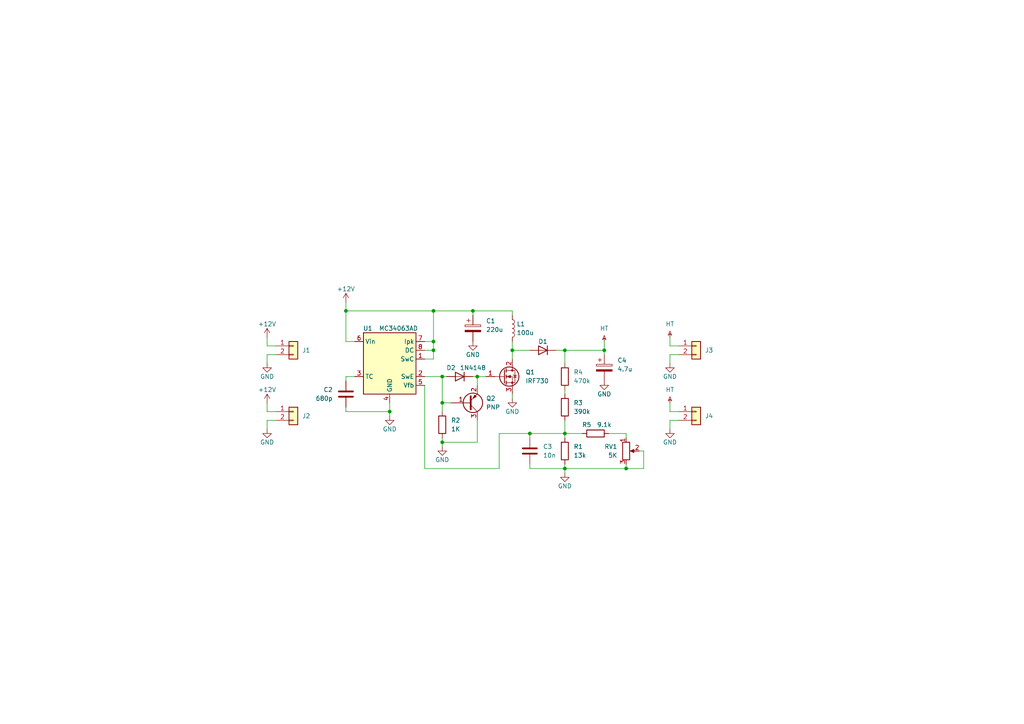
<source format=kicad_sch>
(kicad_sch (version 20211123) (generator eeschema)

  (uuid e63e39d7-6ac0-4ffd-8aa3-1841a4541b55)

  (paper "A4")

  (lib_symbols
    (symbol "Connector_Generic:Conn_01x02" (pin_names (offset 1.016) hide) (in_bom yes) (on_board yes)
      (property "Reference" "J" (id 0) (at 0 2.54 0)
        (effects (font (size 1.27 1.27)))
      )
      (property "Value" "Conn_01x02" (id 1) (at 0 -5.08 0)
        (effects (font (size 1.27 1.27)))
      )
      (property "Footprint" "" (id 2) (at 0 0 0)
        (effects (font (size 1.27 1.27)) hide)
      )
      (property "Datasheet" "~" (id 3) (at 0 0 0)
        (effects (font (size 1.27 1.27)) hide)
      )
      (property "ki_keywords" "connector" (id 4) (at 0 0 0)
        (effects (font (size 1.27 1.27)) hide)
      )
      (property "ki_description" "Generic connector, single row, 01x02, script generated (kicad-library-utils/schlib/autogen/connector/)" (id 5) (at 0 0 0)
        (effects (font (size 1.27 1.27)) hide)
      )
      (property "ki_fp_filters" "Connector*:*_1x??_*" (id 6) (at 0 0 0)
        (effects (font (size 1.27 1.27)) hide)
      )
      (symbol "Conn_01x02_1_1"
        (rectangle (start -1.27 -2.413) (end 0 -2.667)
          (stroke (width 0.1524) (type default) (color 0 0 0 0))
          (fill (type none))
        )
        (rectangle (start -1.27 0.127) (end 0 -0.127)
          (stroke (width 0.1524) (type default) (color 0 0 0 0))
          (fill (type none))
        )
        (rectangle (start -1.27 1.27) (end 1.27 -3.81)
          (stroke (width 0.254) (type default) (color 0 0 0 0))
          (fill (type background))
        )
        (pin passive line (at -5.08 0 0) (length 3.81)
          (name "Pin_1" (effects (font (size 1.27 1.27))))
          (number "1" (effects (font (size 1.27 1.27))))
        )
        (pin passive line (at -5.08 -2.54 0) (length 3.81)
          (name "Pin_2" (effects (font (size 1.27 1.27))))
          (number "2" (effects (font (size 1.27 1.27))))
        )
      )
    )
    (symbol "Device:C" (pin_numbers hide) (pin_names (offset 0.254)) (in_bom yes) (on_board yes)
      (property "Reference" "C" (id 0) (at 0.635 2.54 0)
        (effects (font (size 1.27 1.27)) (justify left))
      )
      (property "Value" "C" (id 1) (at 0.635 -2.54 0)
        (effects (font (size 1.27 1.27)) (justify left))
      )
      (property "Footprint" "" (id 2) (at 0.9652 -3.81 0)
        (effects (font (size 1.27 1.27)) hide)
      )
      (property "Datasheet" "~" (id 3) (at 0 0 0)
        (effects (font (size 1.27 1.27)) hide)
      )
      (property "ki_keywords" "cap capacitor" (id 4) (at 0 0 0)
        (effects (font (size 1.27 1.27)) hide)
      )
      (property "ki_description" "Unpolarized capacitor" (id 5) (at 0 0 0)
        (effects (font (size 1.27 1.27)) hide)
      )
      (property "ki_fp_filters" "C_*" (id 6) (at 0 0 0)
        (effects (font (size 1.27 1.27)) hide)
      )
      (symbol "C_0_1"
        (polyline
          (pts
            (xy -2.032 -0.762)
            (xy 2.032 -0.762)
          )
          (stroke (width 0.508) (type default) (color 0 0 0 0))
          (fill (type none))
        )
        (polyline
          (pts
            (xy -2.032 0.762)
            (xy 2.032 0.762)
          )
          (stroke (width 0.508) (type default) (color 0 0 0 0))
          (fill (type none))
        )
      )
      (symbol "C_1_1"
        (pin passive line (at 0 3.81 270) (length 2.794)
          (name "~" (effects (font (size 1.27 1.27))))
          (number "1" (effects (font (size 1.27 1.27))))
        )
        (pin passive line (at 0 -3.81 90) (length 2.794)
          (name "~" (effects (font (size 1.27 1.27))))
          (number "2" (effects (font (size 1.27 1.27))))
        )
      )
    )
    (symbol "Device:C_Polarized" (pin_numbers hide) (pin_names (offset 0.254)) (in_bom yes) (on_board yes)
      (property "Reference" "C" (id 0) (at 0.635 2.54 0)
        (effects (font (size 1.27 1.27)) (justify left))
      )
      (property "Value" "C_Polarized" (id 1) (at 0.635 -2.54 0)
        (effects (font (size 1.27 1.27)) (justify left))
      )
      (property "Footprint" "" (id 2) (at 0.9652 -3.81 0)
        (effects (font (size 1.27 1.27)) hide)
      )
      (property "Datasheet" "~" (id 3) (at 0 0 0)
        (effects (font (size 1.27 1.27)) hide)
      )
      (property "ki_keywords" "cap capacitor" (id 4) (at 0 0 0)
        (effects (font (size 1.27 1.27)) hide)
      )
      (property "ki_description" "Polarized capacitor" (id 5) (at 0 0 0)
        (effects (font (size 1.27 1.27)) hide)
      )
      (property "ki_fp_filters" "CP_*" (id 6) (at 0 0 0)
        (effects (font (size 1.27 1.27)) hide)
      )
      (symbol "C_Polarized_0_1"
        (rectangle (start -2.286 0.508) (end 2.286 1.016)
          (stroke (width 0) (type default) (color 0 0 0 0))
          (fill (type none))
        )
        (polyline
          (pts
            (xy -1.778 2.286)
            (xy -0.762 2.286)
          )
          (stroke (width 0) (type default) (color 0 0 0 0))
          (fill (type none))
        )
        (polyline
          (pts
            (xy -1.27 2.794)
            (xy -1.27 1.778)
          )
          (stroke (width 0) (type default) (color 0 0 0 0))
          (fill (type none))
        )
        (rectangle (start 2.286 -0.508) (end -2.286 -1.016)
          (stroke (width 0) (type default) (color 0 0 0 0))
          (fill (type outline))
        )
      )
      (symbol "C_Polarized_1_1"
        (pin passive line (at 0 3.81 270) (length 2.794)
          (name "~" (effects (font (size 1.27 1.27))))
          (number "1" (effects (font (size 1.27 1.27))))
        )
        (pin passive line (at 0 -3.81 90) (length 2.794)
          (name "~" (effects (font (size 1.27 1.27))))
          (number "2" (effects (font (size 1.27 1.27))))
        )
      )
    )
    (symbol "Device:D" (pin_numbers hide) (pin_names (offset 1.016) hide) (in_bom yes) (on_board yes)
      (property "Reference" "D" (id 0) (at 0 2.54 0)
        (effects (font (size 1.27 1.27)))
      )
      (property "Value" "D" (id 1) (at 0 -2.54 0)
        (effects (font (size 1.27 1.27)))
      )
      (property "Footprint" "" (id 2) (at 0 0 0)
        (effects (font (size 1.27 1.27)) hide)
      )
      (property "Datasheet" "~" (id 3) (at 0 0 0)
        (effects (font (size 1.27 1.27)) hide)
      )
      (property "ki_keywords" "diode" (id 4) (at 0 0 0)
        (effects (font (size 1.27 1.27)) hide)
      )
      (property "ki_description" "Diode" (id 5) (at 0 0 0)
        (effects (font (size 1.27 1.27)) hide)
      )
      (property "ki_fp_filters" "TO-???* *_Diode_* *SingleDiode* D_*" (id 6) (at 0 0 0)
        (effects (font (size 1.27 1.27)) hide)
      )
      (symbol "D_0_1"
        (polyline
          (pts
            (xy -1.27 1.27)
            (xy -1.27 -1.27)
          )
          (stroke (width 0.254) (type default) (color 0 0 0 0))
          (fill (type none))
        )
        (polyline
          (pts
            (xy 1.27 0)
            (xy -1.27 0)
          )
          (stroke (width 0) (type default) (color 0 0 0 0))
          (fill (type none))
        )
        (polyline
          (pts
            (xy 1.27 1.27)
            (xy 1.27 -1.27)
            (xy -1.27 0)
            (xy 1.27 1.27)
          )
          (stroke (width 0.254) (type default) (color 0 0 0 0))
          (fill (type none))
        )
      )
      (symbol "D_1_1"
        (pin passive line (at -3.81 0 0) (length 2.54)
          (name "K" (effects (font (size 1.27 1.27))))
          (number "1" (effects (font (size 1.27 1.27))))
        )
        (pin passive line (at 3.81 0 180) (length 2.54)
          (name "A" (effects (font (size 1.27 1.27))))
          (number "2" (effects (font (size 1.27 1.27))))
        )
      )
    )
    (symbol "Device:L" (pin_numbers hide) (pin_names (offset 1.016) hide) (in_bom yes) (on_board yes)
      (property "Reference" "L" (id 0) (at -1.27 0 90)
        (effects (font (size 1.27 1.27)))
      )
      (property "Value" "L" (id 1) (at 1.905 0 90)
        (effects (font (size 1.27 1.27)))
      )
      (property "Footprint" "" (id 2) (at 0 0 0)
        (effects (font (size 1.27 1.27)) hide)
      )
      (property "Datasheet" "~" (id 3) (at 0 0 0)
        (effects (font (size 1.27 1.27)) hide)
      )
      (property "ki_keywords" "inductor choke coil reactor magnetic" (id 4) (at 0 0 0)
        (effects (font (size 1.27 1.27)) hide)
      )
      (property "ki_description" "Inductor" (id 5) (at 0 0 0)
        (effects (font (size 1.27 1.27)) hide)
      )
      (property "ki_fp_filters" "Choke_* *Coil* Inductor_* L_*" (id 6) (at 0 0 0)
        (effects (font (size 1.27 1.27)) hide)
      )
      (symbol "L_0_1"
        (arc (start 0 -2.54) (mid 0.635 -1.905) (end 0 -1.27)
          (stroke (width 0) (type default) (color 0 0 0 0))
          (fill (type none))
        )
        (arc (start 0 -1.27) (mid 0.635 -0.635) (end 0 0)
          (stroke (width 0) (type default) (color 0 0 0 0))
          (fill (type none))
        )
        (arc (start 0 0) (mid 0.635 0.635) (end 0 1.27)
          (stroke (width 0) (type default) (color 0 0 0 0))
          (fill (type none))
        )
        (arc (start 0 1.27) (mid 0.635 1.905) (end 0 2.54)
          (stroke (width 0) (type default) (color 0 0 0 0))
          (fill (type none))
        )
      )
      (symbol "L_1_1"
        (pin passive line (at 0 3.81 270) (length 1.27)
          (name "1" (effects (font (size 1.27 1.27))))
          (number "1" (effects (font (size 1.27 1.27))))
        )
        (pin passive line (at 0 -3.81 90) (length 1.27)
          (name "2" (effects (font (size 1.27 1.27))))
          (number "2" (effects (font (size 1.27 1.27))))
        )
      )
    )
    (symbol "Device:Q_NMOS_GDS" (pin_names (offset 0) hide) (in_bom yes) (on_board yes)
      (property "Reference" "Q" (id 0) (at 5.08 1.27 0)
        (effects (font (size 1.27 1.27)) (justify left))
      )
      (property "Value" "Q_NMOS_GDS" (id 1) (at 5.08 -1.27 0)
        (effects (font (size 1.27 1.27)) (justify left))
      )
      (property "Footprint" "" (id 2) (at 5.08 2.54 0)
        (effects (font (size 1.27 1.27)) hide)
      )
      (property "Datasheet" "~" (id 3) (at 0 0 0)
        (effects (font (size 1.27 1.27)) hide)
      )
      (property "ki_keywords" "transistor NMOS N-MOS N-MOSFET" (id 4) (at 0 0 0)
        (effects (font (size 1.27 1.27)) hide)
      )
      (property "ki_description" "N-MOSFET transistor, gate/drain/source" (id 5) (at 0 0 0)
        (effects (font (size 1.27 1.27)) hide)
      )
      (symbol "Q_NMOS_GDS_0_1"
        (polyline
          (pts
            (xy 0.254 0)
            (xy -2.54 0)
          )
          (stroke (width 0) (type default) (color 0 0 0 0))
          (fill (type none))
        )
        (polyline
          (pts
            (xy 0.254 1.905)
            (xy 0.254 -1.905)
          )
          (stroke (width 0.254) (type default) (color 0 0 0 0))
          (fill (type none))
        )
        (polyline
          (pts
            (xy 0.762 -1.27)
            (xy 0.762 -2.286)
          )
          (stroke (width 0.254) (type default) (color 0 0 0 0))
          (fill (type none))
        )
        (polyline
          (pts
            (xy 0.762 0.508)
            (xy 0.762 -0.508)
          )
          (stroke (width 0.254) (type default) (color 0 0 0 0))
          (fill (type none))
        )
        (polyline
          (pts
            (xy 0.762 2.286)
            (xy 0.762 1.27)
          )
          (stroke (width 0.254) (type default) (color 0 0 0 0))
          (fill (type none))
        )
        (polyline
          (pts
            (xy 2.54 2.54)
            (xy 2.54 1.778)
          )
          (stroke (width 0) (type default) (color 0 0 0 0))
          (fill (type none))
        )
        (polyline
          (pts
            (xy 2.54 -2.54)
            (xy 2.54 0)
            (xy 0.762 0)
          )
          (stroke (width 0) (type default) (color 0 0 0 0))
          (fill (type none))
        )
        (polyline
          (pts
            (xy 0.762 -1.778)
            (xy 3.302 -1.778)
            (xy 3.302 1.778)
            (xy 0.762 1.778)
          )
          (stroke (width 0) (type default) (color 0 0 0 0))
          (fill (type none))
        )
        (polyline
          (pts
            (xy 1.016 0)
            (xy 2.032 0.381)
            (xy 2.032 -0.381)
            (xy 1.016 0)
          )
          (stroke (width 0) (type default) (color 0 0 0 0))
          (fill (type outline))
        )
        (polyline
          (pts
            (xy 2.794 0.508)
            (xy 2.921 0.381)
            (xy 3.683 0.381)
            (xy 3.81 0.254)
          )
          (stroke (width 0) (type default) (color 0 0 0 0))
          (fill (type none))
        )
        (polyline
          (pts
            (xy 3.302 0.381)
            (xy 2.921 -0.254)
            (xy 3.683 -0.254)
            (xy 3.302 0.381)
          )
          (stroke (width 0) (type default) (color 0 0 0 0))
          (fill (type none))
        )
        (circle (center 1.651 0) (radius 2.794)
          (stroke (width 0.254) (type default) (color 0 0 0 0))
          (fill (type none))
        )
        (circle (center 2.54 -1.778) (radius 0.254)
          (stroke (width 0) (type default) (color 0 0 0 0))
          (fill (type outline))
        )
        (circle (center 2.54 1.778) (radius 0.254)
          (stroke (width 0) (type default) (color 0 0 0 0))
          (fill (type outline))
        )
      )
      (symbol "Q_NMOS_GDS_1_1"
        (pin input line (at -5.08 0 0) (length 2.54)
          (name "G" (effects (font (size 1.27 1.27))))
          (number "1" (effects (font (size 1.27 1.27))))
        )
        (pin passive line (at 2.54 5.08 270) (length 2.54)
          (name "D" (effects (font (size 1.27 1.27))))
          (number "2" (effects (font (size 1.27 1.27))))
        )
        (pin passive line (at 2.54 -5.08 90) (length 2.54)
          (name "S" (effects (font (size 1.27 1.27))))
          (number "3" (effects (font (size 1.27 1.27))))
        )
      )
    )
    (symbol "Device:Q_PNP_BEC" (pin_names (offset 0) hide) (in_bom yes) (on_board yes)
      (property "Reference" "Q" (id 0) (at 5.08 1.27 0)
        (effects (font (size 1.27 1.27)) (justify left))
      )
      (property "Value" "Q_PNP_BEC" (id 1) (at 5.08 -1.27 0)
        (effects (font (size 1.27 1.27)) (justify left))
      )
      (property "Footprint" "" (id 2) (at 5.08 2.54 0)
        (effects (font (size 1.27 1.27)) hide)
      )
      (property "Datasheet" "~" (id 3) (at 0 0 0)
        (effects (font (size 1.27 1.27)) hide)
      )
      (property "ki_keywords" "transistor PNP" (id 4) (at 0 0 0)
        (effects (font (size 1.27 1.27)) hide)
      )
      (property "ki_description" "PNP transistor, base/emitter/collector" (id 5) (at 0 0 0)
        (effects (font (size 1.27 1.27)) hide)
      )
      (symbol "Q_PNP_BEC_0_1"
        (polyline
          (pts
            (xy 0.635 0.635)
            (xy 2.54 2.54)
          )
          (stroke (width 0) (type default) (color 0 0 0 0))
          (fill (type none))
        )
        (polyline
          (pts
            (xy 0.635 -0.635)
            (xy 2.54 -2.54)
            (xy 2.54 -2.54)
          )
          (stroke (width 0) (type default) (color 0 0 0 0))
          (fill (type none))
        )
        (polyline
          (pts
            (xy 0.635 1.905)
            (xy 0.635 -1.905)
            (xy 0.635 -1.905)
          )
          (stroke (width 0.508) (type default) (color 0 0 0 0))
          (fill (type none))
        )
        (polyline
          (pts
            (xy 2.286 -1.778)
            (xy 1.778 -2.286)
            (xy 1.27 -1.27)
            (xy 2.286 -1.778)
            (xy 2.286 -1.778)
          )
          (stroke (width 0) (type default) (color 0 0 0 0))
          (fill (type outline))
        )
        (circle (center 1.27 0) (radius 2.8194)
          (stroke (width 0.254) (type default) (color 0 0 0 0))
          (fill (type none))
        )
      )
      (symbol "Q_PNP_BEC_1_1"
        (pin input line (at -5.08 0 0) (length 5.715)
          (name "B" (effects (font (size 1.27 1.27))))
          (number "1" (effects (font (size 1.27 1.27))))
        )
        (pin passive line (at 2.54 -5.08 90) (length 2.54)
          (name "E" (effects (font (size 1.27 1.27))))
          (number "2" (effects (font (size 1.27 1.27))))
        )
        (pin passive line (at 2.54 5.08 270) (length 2.54)
          (name "C" (effects (font (size 1.27 1.27))))
          (number "3" (effects (font (size 1.27 1.27))))
        )
      )
    )
    (symbol "Device:R" (pin_numbers hide) (pin_names (offset 0)) (in_bom yes) (on_board yes)
      (property "Reference" "R" (id 0) (at 2.032 0 90)
        (effects (font (size 1.27 1.27)))
      )
      (property "Value" "R" (id 1) (at 0 0 90)
        (effects (font (size 1.27 1.27)))
      )
      (property "Footprint" "" (id 2) (at -1.778 0 90)
        (effects (font (size 1.27 1.27)) hide)
      )
      (property "Datasheet" "~" (id 3) (at 0 0 0)
        (effects (font (size 1.27 1.27)) hide)
      )
      (property "ki_keywords" "R res resistor" (id 4) (at 0 0 0)
        (effects (font (size 1.27 1.27)) hide)
      )
      (property "ki_description" "Resistor" (id 5) (at 0 0 0)
        (effects (font (size 1.27 1.27)) hide)
      )
      (property "ki_fp_filters" "R_*" (id 6) (at 0 0 0)
        (effects (font (size 1.27 1.27)) hide)
      )
      (symbol "R_0_1"
        (rectangle (start -1.016 -2.54) (end 1.016 2.54)
          (stroke (width 0.254) (type default) (color 0 0 0 0))
          (fill (type none))
        )
      )
      (symbol "R_1_1"
        (pin passive line (at 0 3.81 270) (length 1.27)
          (name "~" (effects (font (size 1.27 1.27))))
          (number "1" (effects (font (size 1.27 1.27))))
        )
        (pin passive line (at 0 -3.81 90) (length 1.27)
          (name "~" (effects (font (size 1.27 1.27))))
          (number "2" (effects (font (size 1.27 1.27))))
        )
      )
    )
    (symbol "Device:R_Potentiometer" (pin_names (offset 1.016) hide) (in_bom yes) (on_board yes)
      (property "Reference" "RV" (id 0) (at -4.445 0 90)
        (effects (font (size 1.27 1.27)))
      )
      (property "Value" "R_Potentiometer" (id 1) (at -2.54 0 90)
        (effects (font (size 1.27 1.27)))
      )
      (property "Footprint" "" (id 2) (at 0 0 0)
        (effects (font (size 1.27 1.27)) hide)
      )
      (property "Datasheet" "~" (id 3) (at 0 0 0)
        (effects (font (size 1.27 1.27)) hide)
      )
      (property "ki_keywords" "resistor variable" (id 4) (at 0 0 0)
        (effects (font (size 1.27 1.27)) hide)
      )
      (property "ki_description" "Potentiometer" (id 5) (at 0 0 0)
        (effects (font (size 1.27 1.27)) hide)
      )
      (property "ki_fp_filters" "Potentiometer*" (id 6) (at 0 0 0)
        (effects (font (size 1.27 1.27)) hide)
      )
      (symbol "R_Potentiometer_0_1"
        (polyline
          (pts
            (xy 2.54 0)
            (xy 1.524 0)
          )
          (stroke (width 0) (type default) (color 0 0 0 0))
          (fill (type none))
        )
        (polyline
          (pts
            (xy 1.143 0)
            (xy 2.286 0.508)
            (xy 2.286 -0.508)
            (xy 1.143 0)
          )
          (stroke (width 0) (type default) (color 0 0 0 0))
          (fill (type outline))
        )
        (rectangle (start 1.016 2.54) (end -1.016 -2.54)
          (stroke (width 0.254) (type default) (color 0 0 0 0))
          (fill (type none))
        )
      )
      (symbol "R_Potentiometer_1_1"
        (pin passive line (at 0 3.81 270) (length 1.27)
          (name "1" (effects (font (size 1.27 1.27))))
          (number "1" (effects (font (size 1.27 1.27))))
        )
        (pin passive line (at 3.81 0 180) (length 1.27)
          (name "2" (effects (font (size 1.27 1.27))))
          (number "2" (effects (font (size 1.27 1.27))))
        )
        (pin passive line (at 0 -3.81 90) (length 1.27)
          (name "3" (effects (font (size 1.27 1.27))))
          (number "3" (effects (font (size 1.27 1.27))))
        )
      )
    )
    (symbol "Regulator_Switching:MC34063AD" (in_bom yes) (on_board yes)
      (property "Reference" "U" (id 0) (at -7.62 8.89 0)
        (effects (font (size 1.27 1.27)) (justify left))
      )
      (property "Value" "MC34063AD" (id 1) (at 0 8.89 0)
        (effects (font (size 1.27 1.27)) (justify left))
      )
      (property "Footprint" "Package_SO:SOIC-8_3.9x4.9mm_P1.27mm" (id 2) (at 1.27 -11.43 0)
        (effects (font (size 1.27 1.27)) (justify left) hide)
      )
      (property "Datasheet" "http://www.onsemi.com/pub_link/Collateral/MC34063A-D.PDF" (id 3) (at 12.7 -2.54 0)
        (effects (font (size 1.27 1.27)) hide)
      )
      (property "ki_keywords" "smps buck boost inverting" (id 4) (at 0 0 0)
        (effects (font (size 1.27 1.27)) hide)
      )
      (property "ki_description" "1.5A, step-up/down/inverting switching regulator, 3-40V Vin, 100kHz, SO-8" (id 5) (at 0 0 0)
        (effects (font (size 1.27 1.27)) hide)
      )
      (property "ki_fp_filters" "SOIC*3.9x4.9mm*P1.27mm*" (id 6) (at 0 0 0)
        (effects (font (size 1.27 1.27)) hide)
      )
      (symbol "MC34063AD_0_1"
        (rectangle (start -7.62 7.62) (end 7.62 -10.16)
          (stroke (width 0.254) (type default) (color 0 0 0 0))
          (fill (type background))
        )
      )
      (symbol "MC34063AD_1_1"
        (pin open_collector line (at 10.16 0 180) (length 2.54)
          (name "SwC" (effects (font (size 1.27 1.27))))
          (number "1" (effects (font (size 1.27 1.27))))
        )
        (pin open_emitter line (at 10.16 -5.08 180) (length 2.54)
          (name "SwE" (effects (font (size 1.27 1.27))))
          (number "2" (effects (font (size 1.27 1.27))))
        )
        (pin passive line (at -10.16 -5.08 0) (length 2.54)
          (name "TC" (effects (font (size 1.27 1.27))))
          (number "3" (effects (font (size 1.27 1.27))))
        )
        (pin power_in line (at 0 -12.7 90) (length 2.54)
          (name "GND" (effects (font (size 1.27 1.27))))
          (number "4" (effects (font (size 1.27 1.27))))
        )
        (pin input line (at 10.16 -7.62 180) (length 2.54)
          (name "Vfb" (effects (font (size 1.27 1.27))))
          (number "5" (effects (font (size 1.27 1.27))))
        )
        (pin power_in line (at -10.16 5.08 0) (length 2.54)
          (name "Vin" (effects (font (size 1.27 1.27))))
          (number "6" (effects (font (size 1.27 1.27))))
        )
        (pin input line (at 10.16 5.08 180) (length 2.54)
          (name "Ipk" (effects (font (size 1.27 1.27))))
          (number "7" (effects (font (size 1.27 1.27))))
        )
        (pin open_collector line (at 10.16 2.54 180) (length 2.54)
          (name "DC" (effects (font (size 1.27 1.27))))
          (number "8" (effects (font (size 1.27 1.27))))
        )
      )
    )
    (symbol "power:+12V" (power) (pin_names (offset 0)) (in_bom yes) (on_board yes)
      (property "Reference" "#PWR" (id 0) (at 0 -3.81 0)
        (effects (font (size 1.27 1.27)) hide)
      )
      (property "Value" "+12V" (id 1) (at 0 3.556 0)
        (effects (font (size 1.27 1.27)))
      )
      (property "Footprint" "" (id 2) (at 0 0 0)
        (effects (font (size 1.27 1.27)) hide)
      )
      (property "Datasheet" "" (id 3) (at 0 0 0)
        (effects (font (size 1.27 1.27)) hide)
      )
      (property "ki_keywords" "power-flag" (id 4) (at 0 0 0)
        (effects (font (size 1.27 1.27)) hide)
      )
      (property "ki_description" "Power symbol creates a global label with name \"+12V\"" (id 5) (at 0 0 0)
        (effects (font (size 1.27 1.27)) hide)
      )
      (symbol "+12V_0_1"
        (polyline
          (pts
            (xy -0.762 1.27)
            (xy 0 2.54)
          )
          (stroke (width 0) (type default) (color 0 0 0 0))
          (fill (type none))
        )
        (polyline
          (pts
            (xy 0 0)
            (xy 0 2.54)
          )
          (stroke (width 0) (type default) (color 0 0 0 0))
          (fill (type none))
        )
        (polyline
          (pts
            (xy 0 2.54)
            (xy 0.762 1.27)
          )
          (stroke (width 0) (type default) (color 0 0 0 0))
          (fill (type none))
        )
      )
      (symbol "+12V_1_1"
        (pin power_in line (at 0 0 90) (length 0) hide
          (name "+12V" (effects (font (size 1.27 1.27))))
          (number "1" (effects (font (size 1.27 1.27))))
        )
      )
    )
    (symbol "power:GND" (power) (pin_names (offset 0)) (in_bom yes) (on_board yes)
      (property "Reference" "#PWR" (id 0) (at 0 -6.35 0)
        (effects (font (size 1.27 1.27)) hide)
      )
      (property "Value" "GND" (id 1) (at 0 -3.81 0)
        (effects (font (size 1.27 1.27)))
      )
      (property "Footprint" "" (id 2) (at 0 0 0)
        (effects (font (size 1.27 1.27)) hide)
      )
      (property "Datasheet" "" (id 3) (at 0 0 0)
        (effects (font (size 1.27 1.27)) hide)
      )
      (property "ki_keywords" "power-flag" (id 4) (at 0 0 0)
        (effects (font (size 1.27 1.27)) hide)
      )
      (property "ki_description" "Power symbol creates a global label with name \"GND\" , ground" (id 5) (at 0 0 0)
        (effects (font (size 1.27 1.27)) hide)
      )
      (symbol "GND_0_1"
        (polyline
          (pts
            (xy 0 0)
            (xy 0 -1.27)
            (xy 1.27 -1.27)
            (xy 0 -2.54)
            (xy -1.27 -1.27)
            (xy 0 -1.27)
          )
          (stroke (width 0) (type default) (color 0 0 0 0))
          (fill (type none))
        )
      )
      (symbol "GND_1_1"
        (pin power_in line (at 0 0 270) (length 0) hide
          (name "GND" (effects (font (size 1.27 1.27))))
          (number "1" (effects (font (size 1.27 1.27))))
        )
      )
    )
    (symbol "power:HT" (power) (pin_names (offset 0)) (in_bom yes) (on_board yes)
      (property "Reference" "#PWR" (id 0) (at 0 3.048 0)
        (effects (font (size 1.27 1.27)) hide)
      )
      (property "Value" "HT" (id 1) (at 0 2.286 0)
        (effects (font (size 1.27 1.27)))
      )
      (property "Footprint" "" (id 2) (at 0 0 0)
        (effects (font (size 1.27 1.27)) hide)
      )
      (property "Datasheet" "" (id 3) (at 0 0 0)
        (effects (font (size 1.27 1.27)) hide)
      )
      (property "ki_keywords" "power-flag" (id 4) (at 0 0 0)
        (effects (font (size 1.27 1.27)) hide)
      )
      (property "ki_description" "Power symbol creates a global label with name \"HT\"" (id 5) (at 0 0 0)
        (effects (font (size 1.27 1.27)) hide)
      )
      (symbol "HT_0_0"
        (pin power_in line (at 0 0 90) (length 0) hide
          (name "HT" (effects (font (size 1.27 1.27))))
          (number "1" (effects (font (size 1.27 1.27))))
        )
      )
      (symbol "HT_0_1"
        (polyline
          (pts
            (xy 0 0)
            (xy 0 1.016)
            (xy 0 1.016)
          )
          (stroke (width 0) (type default) (color 0 0 0 0))
          (fill (type none))
        )
        (polyline
          (pts
            (xy 0 1.016)
            (xy 0.508 0.508)
            (xy 0 1.778)
            (xy -0.508 0.508)
            (xy 0 1.016)
            (xy 0 1.016)
          )
          (stroke (width 0) (type default) (color 0 0 0 0))
          (fill (type none))
        )
      )
    )
  )

  (junction (at 138.43 109.22) (diameter 0) (color 0 0 0 0)
    (uuid 0b57679d-eab7-47c9-8fd5-d065b53ded34)
  )
  (junction (at 125.73 101.6) (diameter 0) (color 0 0 0 0)
    (uuid 0b71f8d2-3097-4cea-abd6-6f18d197bcff)
  )
  (junction (at 163.83 135.89) (diameter 0) (color 0 0 0 0)
    (uuid 16c10865-a144-4c5d-9eae-01165a3d1c39)
  )
  (junction (at 113.03 119.38) (diameter 0) (color 0 0 0 0)
    (uuid 170ab4b5-2b6c-49b6-bc45-54419f9c379c)
  )
  (junction (at 148.59 101.6) (diameter 0) (color 0 0 0 0)
    (uuid 21d29eb3-60c9-4b57-b2c4-585670f82871)
  )
  (junction (at 163.83 125.73) (diameter 0) (color 0 0 0 0)
    (uuid 22556af7-0d95-4a75-ac1c-c4f71e3464d6)
  )
  (junction (at 137.16 90.17) (diameter 0) (color 0 0 0 0)
    (uuid 2fcb100c-1711-47b2-8f37-ef9feb49aeb1)
  )
  (junction (at 163.83 101.6) (diameter 0) (color 0 0 0 0)
    (uuid 438c035b-6d58-4370-a7c0-b80fa7da5fae)
  )
  (junction (at 128.27 109.22) (diameter 0) (color 0 0 0 0)
    (uuid 47fdfb2a-5083-4d04-9bde-399f3a1a4ce1)
  )
  (junction (at 128.27 116.84) (diameter 0) (color 0 0 0 0)
    (uuid 623c6236-a798-4569-9128-6109b37bfd20)
  )
  (junction (at 153.67 125.73) (diameter 0) (color 0 0 0 0)
    (uuid 62c83349-1b67-44e0-9edb-3588a1b1acfe)
  )
  (junction (at 100.33 90.17) (diameter 0) (color 0 0 0 0)
    (uuid 66c72b69-d196-4b86-8d37-4d36ecb8f025)
  )
  (junction (at 125.73 90.17) (diameter 0) (color 0 0 0 0)
    (uuid 9e574e77-9f6f-4a8d-ac30-09d566a6071b)
  )
  (junction (at 181.61 135.89) (diameter 0) (color 0 0 0 0)
    (uuid b510fd81-5be0-4b88-94ee-c5184efb9eb2)
  )
  (junction (at 128.27 128.27) (diameter 0) (color 0 0 0 0)
    (uuid ba854036-45e1-4996-93b1-676800ee7699)
  )
  (junction (at 125.73 99.06) (diameter 0) (color 0 0 0 0)
    (uuid dd71e9a5-2eba-4dc4-9569-857e2c0c992a)
  )
  (junction (at 175.26 101.6) (diameter 0) (color 0 0 0 0)
    (uuid fb912d71-f765-4080-af24-c1392ce64725)
  )

  (wire (pts (xy 125.73 90.17) (xy 137.16 90.17))
    (stroke (width 0) (type default) (color 0 0 0 0))
    (uuid 0a50d9db-9067-42d6-aa4d-f8372973dae3)
  )
  (wire (pts (xy 138.43 128.27) (xy 138.43 121.92))
    (stroke (width 0) (type default) (color 0 0 0 0))
    (uuid 0a609074-ee24-4a81-9bb1-68f589fd3d63)
  )
  (wire (pts (xy 138.43 109.22) (xy 138.43 111.76))
    (stroke (width 0) (type default) (color 0 0 0 0))
    (uuid 0c200514-10af-4c89-87ca-2757eda6bae3)
  )
  (wire (pts (xy 194.31 97.79) (xy 194.31 100.33))
    (stroke (width 0) (type default) (color 0 0 0 0))
    (uuid 0ce5bdad-7c79-489c-8c59-aeaf5f6e9783)
  )
  (wire (pts (xy 100.33 90.17) (xy 125.73 90.17))
    (stroke (width 0) (type default) (color 0 0 0 0))
    (uuid 118bd32e-d725-4db1-a4cb-4855bd2dfac2)
  )
  (wire (pts (xy 77.47 121.92) (xy 80.01 121.92))
    (stroke (width 0) (type default) (color 0 0 0 0))
    (uuid 152f7813-fc23-483d-bc4d-e55f9e74b32d)
  )
  (wire (pts (xy 125.73 99.06) (xy 123.19 99.06))
    (stroke (width 0) (type default) (color 0 0 0 0))
    (uuid 1f5678aa-6483-4545-96fe-000e97215f0d)
  )
  (wire (pts (xy 153.67 125.73) (xy 163.83 125.73))
    (stroke (width 0) (type default) (color 0 0 0 0))
    (uuid 26a60585-631f-4fd5-9d2d-caf9d1dabe38)
  )
  (wire (pts (xy 175.26 99.06) (xy 175.26 101.6))
    (stroke (width 0) (type default) (color 0 0 0 0))
    (uuid 26a6963b-26aa-429f-9186-a0badf88de5a)
  )
  (wire (pts (xy 102.87 109.22) (xy 100.33 109.22))
    (stroke (width 0) (type default) (color 0 0 0 0))
    (uuid 28af5524-aa38-41c0-bca2-e2727c91e3c4)
  )
  (wire (pts (xy 100.33 109.22) (xy 100.33 110.49))
    (stroke (width 0) (type default) (color 0 0 0 0))
    (uuid 32794e63-b680-416b-b1b7-ea764cff1e45)
  )
  (wire (pts (xy 77.47 97.79) (xy 77.47 100.33))
    (stroke (width 0) (type default) (color 0 0 0 0))
    (uuid 36e9652a-729f-4f1a-8404-18d4623d62cd)
  )
  (wire (pts (xy 163.83 135.89) (xy 163.83 137.16))
    (stroke (width 0) (type default) (color 0 0 0 0))
    (uuid 415fc7b1-dc71-42a8-acd4-080250a24ad7)
  )
  (wire (pts (xy 128.27 116.84) (xy 128.27 119.38))
    (stroke (width 0) (type default) (color 0 0 0 0))
    (uuid 43a254b4-c09a-431c-8d35-17222d75be75)
  )
  (wire (pts (xy 128.27 128.27) (xy 138.43 128.27))
    (stroke (width 0) (type default) (color 0 0 0 0))
    (uuid 449b2388-1619-4213-a83c-676dc3a8d8c5)
  )
  (wire (pts (xy 123.19 135.89) (xy 144.78 135.89))
    (stroke (width 0) (type default) (color 0 0 0 0))
    (uuid 49ef2c65-9166-494b-ab5d-5206ffda194b)
  )
  (wire (pts (xy 113.03 116.84) (xy 113.03 119.38))
    (stroke (width 0) (type default) (color 0 0 0 0))
    (uuid 4c01c98a-86e4-4722-a803-378317f7ca96)
  )
  (wire (pts (xy 100.33 118.11) (xy 100.33 119.38))
    (stroke (width 0) (type default) (color 0 0 0 0))
    (uuid 4e1d77a0-e21a-4fea-869a-489c54ec279c)
  )
  (wire (pts (xy 144.78 125.73) (xy 153.67 125.73))
    (stroke (width 0) (type default) (color 0 0 0 0))
    (uuid 50f65886-bb00-4c0e-ab3d-49b5d373d1a8)
  )
  (wire (pts (xy 194.31 100.33) (xy 196.85 100.33))
    (stroke (width 0) (type default) (color 0 0 0 0))
    (uuid 528dc97f-9eaf-42e6-afd8-f524827462f1)
  )
  (wire (pts (xy 100.33 90.17) (xy 100.33 99.06))
    (stroke (width 0) (type default) (color 0 0 0 0))
    (uuid 55031538-85c1-4081-bcca-e6ae77e948fd)
  )
  (wire (pts (xy 176.53 125.73) (xy 181.61 125.73))
    (stroke (width 0) (type default) (color 0 0 0 0))
    (uuid 58d2fcb4-8446-4ca5-a007-394dba1a005e)
  )
  (wire (pts (xy 161.29 101.6) (xy 163.83 101.6))
    (stroke (width 0) (type default) (color 0 0 0 0))
    (uuid 5c8e3f59-8798-4282-a69e-7211e2508a3d)
  )
  (wire (pts (xy 77.47 116.84) (xy 77.47 119.38))
    (stroke (width 0) (type default) (color 0 0 0 0))
    (uuid 5e1f8658-ae51-4872-9b01-77a1a1b8e206)
  )
  (wire (pts (xy 77.47 105.41) (xy 77.47 102.87))
    (stroke (width 0) (type default) (color 0 0 0 0))
    (uuid 5e51f924-224a-479f-8906-8e6a96d39bb4)
  )
  (wire (pts (xy 138.43 109.22) (xy 140.97 109.22))
    (stroke (width 0) (type default) (color 0 0 0 0))
    (uuid 630e8379-a882-4bd3-9fb2-d8865da0cbea)
  )
  (wire (pts (xy 148.59 101.6) (xy 148.59 104.14))
    (stroke (width 0) (type default) (color 0 0 0 0))
    (uuid 641cec05-b598-4048-9157-615f3abf19e3)
  )
  (wire (pts (xy 77.47 102.87) (xy 80.01 102.87))
    (stroke (width 0) (type default) (color 0 0 0 0))
    (uuid 6c3a83ba-1ea0-4c80-993c-0d88da315dc1)
  )
  (wire (pts (xy 125.73 101.6) (xy 125.73 99.06))
    (stroke (width 0) (type default) (color 0 0 0 0))
    (uuid 6eea5d76-24a7-4e5a-bf9a-55961641c157)
  )
  (wire (pts (xy 153.67 135.89) (xy 163.83 135.89))
    (stroke (width 0) (type default) (color 0 0 0 0))
    (uuid 6f01822e-1327-45e1-9072-512e5cf9a0eb)
  )
  (wire (pts (xy 185.42 130.81) (xy 186.69 130.81))
    (stroke (width 0) (type default) (color 0 0 0 0))
    (uuid 7059215d-d90e-4d42-89ed-ab0561ce0cf7)
  )
  (wire (pts (xy 148.59 114.3) (xy 148.59 115.57))
    (stroke (width 0) (type default) (color 0 0 0 0))
    (uuid 70e49728-3c52-4ec7-9cbc-6749fa931b8d)
  )
  (wire (pts (xy 128.27 109.22) (xy 128.27 116.84))
    (stroke (width 0) (type default) (color 0 0 0 0))
    (uuid 7301648c-331b-4619-988d-9a343a61d8ca)
  )
  (wire (pts (xy 77.47 100.33) (xy 80.01 100.33))
    (stroke (width 0) (type default) (color 0 0 0 0))
    (uuid 7440bfd9-6ca4-49fb-aea6-5f5b1eca6752)
  )
  (wire (pts (xy 128.27 109.22) (xy 129.54 109.22))
    (stroke (width 0) (type default) (color 0 0 0 0))
    (uuid 82102580-f445-4e60-8e29-cebd78ff157e)
  )
  (wire (pts (xy 100.33 87.63) (xy 100.33 90.17))
    (stroke (width 0) (type default) (color 0 0 0 0))
    (uuid 82fbbfea-1ed8-4c1d-863d-e4ba83f815f6)
  )
  (wire (pts (xy 163.83 125.73) (xy 163.83 127))
    (stroke (width 0) (type default) (color 0 0 0 0))
    (uuid 8421ac4c-9396-46b7-96fb-d56508ab7442)
  )
  (wire (pts (xy 163.83 121.92) (xy 163.83 125.73))
    (stroke (width 0) (type default) (color 0 0 0 0))
    (uuid 8690d92c-50bd-4e83-8fa1-f05651ca258e)
  )
  (wire (pts (xy 113.03 119.38) (xy 113.03 120.65))
    (stroke (width 0) (type default) (color 0 0 0 0))
    (uuid 8882de6e-f638-459b-91c8-c3f11a53770f)
  )
  (wire (pts (xy 137.16 90.17) (xy 148.59 90.17))
    (stroke (width 0) (type default) (color 0 0 0 0))
    (uuid 89984d01-32e6-45f5-8c4e-ffae3b3f8ba3)
  )
  (wire (pts (xy 100.33 99.06) (xy 102.87 99.06))
    (stroke (width 0) (type default) (color 0 0 0 0))
    (uuid 8dbfe973-c2d6-47f0-a765-cdb7a6ee0cbe)
  )
  (wire (pts (xy 100.33 119.38) (xy 113.03 119.38))
    (stroke (width 0) (type default) (color 0 0 0 0))
    (uuid 8f65a448-d676-4d4e-b27a-255a02deec58)
  )
  (wire (pts (xy 194.31 124.46) (xy 194.31 121.92))
    (stroke (width 0) (type default) (color 0 0 0 0))
    (uuid 94724ff7-4158-40db-b647-ceefdc3586e1)
  )
  (wire (pts (xy 123.19 101.6) (xy 125.73 101.6))
    (stroke (width 0) (type default) (color 0 0 0 0))
    (uuid 9f46a45d-99aa-4772-8725-07a04bac535b)
  )
  (wire (pts (xy 181.61 134.62) (xy 181.61 135.89))
    (stroke (width 0) (type default) (color 0 0 0 0))
    (uuid a0a8f1e6-b17f-4839-b0c4-10d6a75232f8)
  )
  (wire (pts (xy 123.19 109.22) (xy 128.27 109.22))
    (stroke (width 0) (type default) (color 0 0 0 0))
    (uuid a3839dd2-3cd8-4495-9b00-1f52fa5a41fa)
  )
  (wire (pts (xy 163.83 101.6) (xy 163.83 105.41))
    (stroke (width 0) (type default) (color 0 0 0 0))
    (uuid a69963b0-b859-46d0-b9ce-a1d7258b3a33)
  )
  (wire (pts (xy 128.27 128.27) (xy 128.27 129.54))
    (stroke (width 0) (type default) (color 0 0 0 0))
    (uuid a69f515e-9551-4c4d-95eb-a02919a6cb0a)
  )
  (wire (pts (xy 123.19 111.76) (xy 123.19 135.89))
    (stroke (width 0) (type default) (color 0 0 0 0))
    (uuid a6e5d440-5bd8-4691-b213-e3769220ba84)
  )
  (wire (pts (xy 123.19 104.14) (xy 125.73 104.14))
    (stroke (width 0) (type default) (color 0 0 0 0))
    (uuid a8645d85-fa83-4963-b6b6-c3b18727b030)
  )
  (wire (pts (xy 194.31 102.87) (xy 196.85 102.87))
    (stroke (width 0) (type default) (color 0 0 0 0))
    (uuid ab5ba2be-dbd5-4c17-8698-d788cbc4386e)
  )
  (wire (pts (xy 181.61 125.73) (xy 181.61 127))
    (stroke (width 0) (type default) (color 0 0 0 0))
    (uuid ad25b618-4e3a-4543-8b34-a2292d82d95e)
  )
  (wire (pts (xy 163.83 125.73) (xy 168.91 125.73))
    (stroke (width 0) (type default) (color 0 0 0 0))
    (uuid b45f8cb7-e21f-4078-958f-7d2afc90ac8f)
  )
  (wire (pts (xy 153.67 134.62) (xy 153.67 135.89))
    (stroke (width 0) (type default) (color 0 0 0 0))
    (uuid b9ba1bab-a926-4986-85d1-a04f15f722a2)
  )
  (wire (pts (xy 128.27 127) (xy 128.27 128.27))
    (stroke (width 0) (type default) (color 0 0 0 0))
    (uuid bb39ac1e-60c3-4a69-bbe6-c06e20bea27f)
  )
  (wire (pts (xy 153.67 125.73) (xy 153.67 127))
    (stroke (width 0) (type default) (color 0 0 0 0))
    (uuid bfb18889-1429-413c-9c98-545c91472c14)
  )
  (wire (pts (xy 144.78 135.89) (xy 144.78 125.73))
    (stroke (width 0) (type default) (color 0 0 0 0))
    (uuid c17d87c2-0aaf-451f-b1be-41b10c188d22)
  )
  (wire (pts (xy 148.59 101.6) (xy 153.67 101.6))
    (stroke (width 0) (type default) (color 0 0 0 0))
    (uuid c2aed8dd-242a-4e09-9df3-5b059c2414f9)
  )
  (wire (pts (xy 194.31 119.38) (xy 196.85 119.38))
    (stroke (width 0) (type default) (color 0 0 0 0))
    (uuid d4046292-7d3c-4b49-9829-17e92a84fe66)
  )
  (wire (pts (xy 186.69 130.81) (xy 186.69 135.89))
    (stroke (width 0) (type default) (color 0 0 0 0))
    (uuid d67f57bd-d6e6-4231-829a-36a35988e6d3)
  )
  (wire (pts (xy 194.31 121.92) (xy 196.85 121.92))
    (stroke (width 0) (type default) (color 0 0 0 0))
    (uuid d94d4487-b00b-4f97-b506-92e78c4faa63)
  )
  (wire (pts (xy 137.16 109.22) (xy 138.43 109.22))
    (stroke (width 0) (type default) (color 0 0 0 0))
    (uuid d9997b26-0d45-4bad-9a29-713663e12137)
  )
  (wire (pts (xy 125.73 104.14) (xy 125.73 101.6))
    (stroke (width 0) (type default) (color 0 0 0 0))
    (uuid db6c906a-f901-4574-a900-5942838c58da)
  )
  (wire (pts (xy 148.59 90.17) (xy 148.59 91.44))
    (stroke (width 0) (type default) (color 0 0 0 0))
    (uuid dc3e6453-5e1b-43da-ad81-11cac78435bc)
  )
  (wire (pts (xy 194.31 116.84) (xy 194.31 119.38))
    (stroke (width 0) (type default) (color 0 0 0 0))
    (uuid e2a058a7-6838-4ba7-919a-ea7367fe8330)
  )
  (wire (pts (xy 163.83 135.89) (xy 163.83 134.62))
    (stroke (width 0) (type default) (color 0 0 0 0))
    (uuid e315361b-ca51-47cd-85fc-82009ac7ddee)
  )
  (wire (pts (xy 163.83 113.03) (xy 163.83 114.3))
    (stroke (width 0) (type default) (color 0 0 0 0))
    (uuid e69dd546-9722-4e5e-a8b1-8619e5e9f203)
  )
  (wire (pts (xy 77.47 119.38) (xy 80.01 119.38))
    (stroke (width 0) (type default) (color 0 0 0 0))
    (uuid e6eb2538-f65f-4dd4-a9eb-e0f8f1ac0f23)
  )
  (wire (pts (xy 128.27 116.84) (xy 130.81 116.84))
    (stroke (width 0) (type default) (color 0 0 0 0))
    (uuid e7a6057b-c05f-4d07-aa42-24fb37901250)
  )
  (wire (pts (xy 163.83 135.89) (xy 181.61 135.89))
    (stroke (width 0) (type default) (color 0 0 0 0))
    (uuid e7c8fc22-2051-402f-974e-9bc0c967c27a)
  )
  (wire (pts (xy 175.26 101.6) (xy 175.26 102.87))
    (stroke (width 0) (type default) (color 0 0 0 0))
    (uuid eb49f084-0e20-476c-b318-00d55fb70ead)
  )
  (wire (pts (xy 125.73 90.17) (xy 125.73 99.06))
    (stroke (width 0) (type default) (color 0 0 0 0))
    (uuid ed6679e8-be2f-4ad5-bbf5-3f2ab2410324)
  )
  (wire (pts (xy 163.83 101.6) (xy 175.26 101.6))
    (stroke (width 0) (type default) (color 0 0 0 0))
    (uuid f1c0cc9b-2f43-45b5-9446-74cb46f48a0d)
  )
  (wire (pts (xy 186.69 135.89) (xy 181.61 135.89))
    (stroke (width 0) (type default) (color 0 0 0 0))
    (uuid f7c5a384-8183-4cb8-9751-5b4e57f577fd)
  )
  (wire (pts (xy 148.59 99.06) (xy 148.59 101.6))
    (stroke (width 0) (type default) (color 0 0 0 0))
    (uuid f8006425-97e3-4c0e-9479-43bbbc6af5f4)
  )
  (wire (pts (xy 77.47 124.46) (xy 77.47 121.92))
    (stroke (width 0) (type default) (color 0 0 0 0))
    (uuid fed2e910-5e3f-4535-a154-7fa634b8bb4a)
  )
  (wire (pts (xy 137.16 90.17) (xy 137.16 91.44))
    (stroke (width 0) (type default) (color 0 0 0 0))
    (uuid ff226e7d-efeb-4e39-bba8-77b9ccc466c0)
  )
  (wire (pts (xy 194.31 105.41) (xy 194.31 102.87))
    (stroke (width 0) (type default) (color 0 0 0 0))
    (uuid ff868d07-183d-43c3-aeb3-275f9ea019f3)
  )

  (symbol (lib_id "Device:R_Potentiometer") (at 181.61 130.81 0) (unit 1)
    (in_bom yes) (on_board yes) (fields_autoplaced)
    (uuid 05313705-1375-46fe-b46f-56a06006da3d)
    (property "Reference" "RV1" (id 0) (at 179.07 129.5399 0)
      (effects (font (size 1.27 1.27)) (justify right))
    )
    (property "Value" "5K" (id 1) (at 179.07 132.0799 0)
      (effects (font (size 1.27 1.27)) (justify right))
    )
    (property "Footprint" "libraries:Potentiometer_Trimmer-EVM3E" (id 2) (at 181.61 130.81 0)
      (effects (font (size 1.27 1.27)) hide)
    )
    (property "Datasheet" "~" (id 3) (at 181.61 130.81 0)
      (effects (font (size 1.27 1.27)) hide)
    )
    (pin "1" (uuid e261a752-1c99-44c3-aa2d-69ce7a1b515b))
    (pin "2" (uuid bccfdf62-5f89-473c-8c8c-192fd1874ce2))
    (pin "3" (uuid d7c26768-5e67-445c-814e-0530dfbb49a5))
  )

  (symbol (lib_id "power:HT") (at 194.31 116.84 0) (unit 1)
    (in_bom yes) (on_board yes)
    (uuid 0bed2afd-38e5-4492-82ac-745b01e2310d)
    (property "Reference" "#PWR0109" (id 0) (at 194.31 113.792 0)
      (effects (font (size 1.27 1.27)) hide)
    )
    (property "Value" "HT" (id 1) (at 194.31 113.03 0))
    (property "Footprint" "" (id 2) (at 194.31 116.84 0)
      (effects (font (size 1.27 1.27)) hide)
    )
    (property "Datasheet" "" (id 3) (at 194.31 116.84 0)
      (effects (font (size 1.27 1.27)) hide)
    )
    (pin "1" (uuid c92bcfee-94bf-449c-a940-c326f9eac465))
  )

  (symbol (lib_id "Connector_Generic:Conn_01x02") (at 85.09 119.38 0) (unit 1)
    (in_bom yes) (on_board yes) (fields_autoplaced)
    (uuid 30793d6a-7297-464e-a74d-43060198f1c3)
    (property "Reference" "J2" (id 0) (at 87.63 120.6499 0)
      (effects (font (size 1.27 1.27)) (justify left))
    )
    (property "Value" "Conn_01x02" (id 1) (at 87.63 121.9199 0)
      (effects (font (size 1.27 1.27)) (justify left) hide)
    )
    (property "Footprint" "Connector_PinHeader_2.54mm:PinHeader_1x02_P2.54mm_Vertical" (id 2) (at 85.09 119.38 0)
      (effects (font (size 1.27 1.27)) hide)
    )
    (property "Datasheet" "~" (id 3) (at 85.09 119.38 0)
      (effects (font (size 1.27 1.27)) hide)
    )
    (pin "1" (uuid 4e597c3b-5779-4102-893b-e41d52883fad))
    (pin "2" (uuid 742f1b7a-9386-4042-88ae-0453aa090439))
  )

  (symbol (lib_id "Device:D") (at 157.48 101.6 180) (unit 1)
    (in_bom yes) (on_board yes)
    (uuid 31eb02ae-6026-4ec6-86e6-e6e071808ddc)
    (property "Reference" "D1" (id 0) (at 157.48 99.06 0))
    (property "Value" "D" (id 1) (at 161.29 99.06 0)
      (effects (font (size 1.27 1.27)) hide)
    )
    (property "Footprint" "Diode_SMD:D_SMA" (id 2) (at 157.48 101.6 0)
      (effects (font (size 1.27 1.27)) hide)
    )
    (property "Datasheet" "~" (id 3) (at 157.48 101.6 0)
      (effects (font (size 1.27 1.27)) hide)
    )
    (property "LCSC" "C412437" (id 4) (at 157.48 101.6 0)
      (effects (font (size 1.27 1.27)) hide)
    )
    (pin "1" (uuid ba3b713e-e186-4557-b069-7dd0939feee3))
    (pin "2" (uuid 63fd0c29-27ce-4357-9d12-08d85beb843f))
  )

  (symbol (lib_id "power:GND") (at 128.27 129.54 0) (unit 1)
    (in_bom yes) (on_board yes)
    (uuid 3dab2395-4d8e-49be-849f-bcadf7f7f4ea)
    (property "Reference" "#PWR0104" (id 0) (at 128.27 135.89 0)
      (effects (font (size 1.27 1.27)) hide)
    )
    (property "Value" "GND" (id 1) (at 128.27 133.35 0))
    (property "Footprint" "" (id 2) (at 128.27 129.54 0)
      (effects (font (size 1.27 1.27)) hide)
    )
    (property "Datasheet" "" (id 3) (at 128.27 129.54 0)
      (effects (font (size 1.27 1.27)) hide)
    )
    (pin "1" (uuid 8a28fee2-3618-423c-a397-d1f41a0b78e7))
  )

  (symbol (lib_id "power:GND") (at 163.83 137.16 0) (unit 1)
    (in_bom yes) (on_board yes)
    (uuid 41359a14-4c97-412c-8688-bf6d59ee9398)
    (property "Reference" "#PWR0105" (id 0) (at 163.83 143.51 0)
      (effects (font (size 1.27 1.27)) hide)
    )
    (property "Value" "GND" (id 1) (at 163.83 140.97 0))
    (property "Footprint" "" (id 2) (at 163.83 137.16 0)
      (effects (font (size 1.27 1.27)) hide)
    )
    (property "Datasheet" "" (id 3) (at 163.83 137.16 0)
      (effects (font (size 1.27 1.27)) hide)
    )
    (pin "1" (uuid d4de0b77-25f2-44d3-b36f-a36b69492e90))
  )

  (symbol (lib_id "Device:R") (at 163.83 130.81 0) (unit 1)
    (in_bom yes) (on_board yes) (fields_autoplaced)
    (uuid 4ae17d70-699a-48b4-ba64-7062172df4bf)
    (property "Reference" "R1" (id 0) (at 166.37 129.5399 0)
      (effects (font (size 1.27 1.27)) (justify left))
    )
    (property "Value" "13k" (id 1) (at 166.37 132.0799 0)
      (effects (font (size 1.27 1.27)) (justify left))
    )
    (property "Footprint" "Resistor_SMD:R_0603_1608Metric" (id 2) (at 162.052 130.81 90)
      (effects (font (size 1.27 1.27)) hide)
    )
    (property "Datasheet" "~" (id 3) (at 163.83 130.81 0)
      (effects (font (size 1.27 1.27)) hide)
    )
    (property "LCSC" "C22797" (id 4) (at 163.83 130.81 0)
      (effects (font (size 1.27 1.27)) hide)
    )
    (pin "1" (uuid 467f755b-d318-40e0-b484-ea7efc492006))
    (pin "2" (uuid 3cca8d13-095a-4b35-b5e2-8bd853db45fe))
  )

  (symbol (lib_id "Device:C_Polarized") (at 175.26 106.68 0) (unit 1)
    (in_bom yes) (on_board yes) (fields_autoplaced)
    (uuid 4ef5d5f8-03c1-42e7-bda1-72b1babad5e9)
    (property "Reference" "C4" (id 0) (at 179.07 104.5209 0)
      (effects (font (size 1.27 1.27)) (justify left))
    )
    (property "Value" "4.7u" (id 1) (at 179.07 107.0609 0)
      (effects (font (size 1.27 1.27)) (justify left))
    )
    (property "Footprint" "Capacitor_THT:CP_Radial_D8.0mm_P3.50mm" (id 2) (at 176.2252 110.49 0)
      (effects (font (size 1.27 1.27)) hide)
    )
    (property "Datasheet" "~" (id 3) (at 175.26 106.68 0)
      (effects (font (size 1.27 1.27)) hide)
    )
    (pin "1" (uuid 2c6c188e-d16b-4e1c-96b9-a2911d60b542))
    (pin "2" (uuid 97bd9714-3d1b-4f96-8078-0f55c85e36bd))
  )

  (symbol (lib_id "Device:L") (at 148.59 95.25 0) (unit 1)
    (in_bom yes) (on_board yes) (fields_autoplaced)
    (uuid 537c93c1-0c51-468a-8504-4c427488e85b)
    (property "Reference" "L1" (id 0) (at 149.86 93.9799 0)
      (effects (font (size 1.27 1.27)) (justify left))
    )
    (property "Value" "100u" (id 1) (at 149.86 96.5199 0)
      (effects (font (size 1.27 1.27)) (justify left))
    )
    (property "Footprint" "Inductor_THT:L_Radial_D9.5mm_P5.00mm_Fastron_07HVP" (id 2) (at 148.59 95.25 0)
      (effects (font (size 1.27 1.27)) hide)
    )
    (property "Datasheet" "~" (id 3) (at 148.59 95.25 0)
      (effects (font (size 1.27 1.27)) hide)
    )
    (pin "1" (uuid 5461979d-b0ef-4e9b-ab26-3551beff556f))
    (pin "2" (uuid e96a136f-e3e3-44f1-b0d4-2c931df4b355))
  )

  (symbol (lib_id "power:GND") (at 137.16 99.06 0) (unit 1)
    (in_bom yes) (on_board yes)
    (uuid 63d9b9e8-50a3-4e06-83bd-ccf73f606265)
    (property "Reference" "#PWR0103" (id 0) (at 137.16 105.41 0)
      (effects (font (size 1.27 1.27)) hide)
    )
    (property "Value" "GND" (id 1) (at 137.16 102.87 0))
    (property "Footprint" "" (id 2) (at 137.16 99.06 0)
      (effects (font (size 1.27 1.27)) hide)
    )
    (property "Datasheet" "" (id 3) (at 137.16 99.06 0)
      (effects (font (size 1.27 1.27)) hide)
    )
    (pin "1" (uuid 1ebde9b6-36d2-4ec2-927a-d7b79a686a71))
  )

  (symbol (lib_id "Connector_Generic:Conn_01x02") (at 201.93 119.38 0) (unit 1)
    (in_bom yes) (on_board yes) (fields_autoplaced)
    (uuid 669e3f15-27f0-4b4e-8850-0e5a9f5ee458)
    (property "Reference" "J4" (id 0) (at 204.47 120.6499 0)
      (effects (font (size 1.27 1.27)) (justify left))
    )
    (property "Value" "Conn_01x02" (id 1) (at 204.47 121.9199 0)
      (effects (font (size 1.27 1.27)) (justify left) hide)
    )
    (property "Footprint" "Connector_PinHeader_2.54mm:PinHeader_1x02_P2.54mm_Vertical" (id 2) (at 201.93 119.38 0)
      (effects (font (size 1.27 1.27)) hide)
    )
    (property "Datasheet" "~" (id 3) (at 201.93 119.38 0)
      (effects (font (size 1.27 1.27)) hide)
    )
    (pin "1" (uuid 77029b08-db04-49b8-ae22-f50c34eb90d9))
    (pin "2" (uuid db4e89ff-9066-4ed1-a91d-66cab49da17b))
  )

  (symbol (lib_id "power:GND") (at 175.26 110.49 0) (unit 1)
    (in_bom yes) (on_board yes)
    (uuid 6d120a63-b864-4189-a092-a75981ba47ba)
    (property "Reference" "#PWR0108" (id 0) (at 175.26 116.84 0)
      (effects (font (size 1.27 1.27)) hide)
    )
    (property "Value" "GND" (id 1) (at 175.26 114.3 0))
    (property "Footprint" "" (id 2) (at 175.26 110.49 0)
      (effects (font (size 1.27 1.27)) hide)
    )
    (property "Datasheet" "" (id 3) (at 175.26 110.49 0)
      (effects (font (size 1.27 1.27)) hide)
    )
    (pin "1" (uuid 0193e8d5-1f69-418a-a689-91857d7bd8e3))
  )

  (symbol (lib_id "Device:Q_NMOS_GDS") (at 146.05 109.22 0) (unit 1)
    (in_bom yes) (on_board yes) (fields_autoplaced)
    (uuid 76073457-0c67-4f7c-9fe5-0410fab2c99c)
    (property "Reference" "Q1" (id 0) (at 152.4 107.9499 0)
      (effects (font (size 1.27 1.27)) (justify left))
    )
    (property "Value" "IRF730" (id 1) (at 152.4 110.4899 0)
      (effects (font (size 1.27 1.27)) (justify left))
    )
    (property "Footprint" "Package_TO_SOT_THT:TO-220-3_Vertical" (id 2) (at 151.13 106.68 0)
      (effects (font (size 1.27 1.27)) hide)
    )
    (property "Datasheet" "~" (id 3) (at 146.05 109.22 0)
      (effects (font (size 1.27 1.27)) hide)
    )
    (pin "1" (uuid 8c687e53-2d43-41ab-9087-f0b4942fd7e8))
    (pin "2" (uuid f80271bd-b87b-4fd2-b564-922f5b089f3b))
    (pin "3" (uuid ee0a778a-704c-462b-86e1-9228253cc127))
  )

  (symbol (lib_id "power:GND") (at 194.31 105.41 0) (unit 1)
    (in_bom yes) (on_board yes)
    (uuid 828e438c-ba12-4560-b607-5fd6eb3c31b9)
    (property "Reference" "#PWR?" (id 0) (at 194.31 111.76 0)
      (effects (font (size 1.27 1.27)) hide)
    )
    (property "Value" "GND" (id 1) (at 194.31 109.22 0))
    (property "Footprint" "" (id 2) (at 194.31 105.41 0)
      (effects (font (size 1.27 1.27)) hide)
    )
    (property "Datasheet" "" (id 3) (at 194.31 105.41 0)
      (effects (font (size 1.27 1.27)) hide)
    )
    (pin "1" (uuid 893d496d-c8db-4c83-8735-cf8cfa207738))
  )

  (symbol (lib_id "power:GND") (at 113.03 120.65 0) (unit 1)
    (in_bom yes) (on_board yes)
    (uuid 83a14288-2928-475f-b100-10dc93e150c1)
    (property "Reference" "#PWR0102" (id 0) (at 113.03 127 0)
      (effects (font (size 1.27 1.27)) hide)
    )
    (property "Value" "GND" (id 1) (at 113.03 124.46 0))
    (property "Footprint" "" (id 2) (at 113.03 120.65 0)
      (effects (font (size 1.27 1.27)) hide)
    )
    (property "Datasheet" "" (id 3) (at 113.03 120.65 0)
      (effects (font (size 1.27 1.27)) hide)
    )
    (pin "1" (uuid be13843f-37d3-42a4-aab8-6dbd53b96724))
  )

  (symbol (lib_id "Device:R") (at 172.72 125.73 90) (unit 1)
    (in_bom yes) (on_board yes)
    (uuid 8f80f8d4-472c-4bb4-ae5d-ce0a1c402c57)
    (property "Reference" "R5" (id 0) (at 170.18 123.19 90))
    (property "Value" "9.1k" (id 1) (at 175.26 123.19 90))
    (property "Footprint" "Resistor_SMD:R_0603_1608Metric" (id 2) (at 172.72 127.508 90)
      (effects (font (size 1.27 1.27)) hide)
    )
    (property "Datasheet" "~" (id 3) (at 172.72 125.73 0)
      (effects (font (size 1.27 1.27)) hide)
    )
    (property "LCSC" "C23260" (id 4) (at 172.72 125.73 0)
      (effects (font (size 1.27 1.27)) hide)
    )
    (pin "1" (uuid dbff2443-2909-4c31-be11-f79fea5f979f))
    (pin "2" (uuid 28b1f628-88ec-4f55-9eaa-2d4285cbbbae))
  )

  (symbol (lib_id "Device:C") (at 100.33 114.3 0) (unit 1)
    (in_bom yes) (on_board yes)
    (uuid 90c570cd-12d2-4cc2-95d4-d48396ea78b4)
    (property "Reference" "C2" (id 0) (at 96.52 113.03 0)
      (effects (font (size 1.27 1.27)) (justify right))
    )
    (property "Value" "680p" (id 1) (at 96.52 115.57 0)
      (effects (font (size 1.27 1.27)) (justify right))
    )
    (property "Footprint" "Capacitor_SMD:C_0603_1608Metric" (id 2) (at 101.2952 118.11 0)
      (effects (font (size 1.27 1.27)) hide)
    )
    (property "Datasheet" "~" (id 3) (at 100.33 114.3 0)
      (effects (font (size 1.27 1.27)) hide)
    )
    (property "LCSC" "C1630" (id 4) (at 100.33 114.3 0)
      (effects (font (size 1.27 1.27)) hide)
    )
    (pin "1" (uuid dcfc683b-d99f-4dcf-a37c-5f287812217c))
    (pin "2" (uuid 6ef4d742-c408-4654-995c-7d2e7e2ca9c9))
  )

  (symbol (lib_id "Device:Q_PNP_BEC") (at 135.89 116.84 0) (mirror x) (unit 1)
    (in_bom yes) (on_board yes) (fields_autoplaced)
    (uuid 97675b30-915a-43e3-828c-166fb0161c3a)
    (property "Reference" "Q2" (id 0) (at 140.97 115.5699 0)
      (effects (font (size 1.27 1.27)) (justify left))
    )
    (property "Value" "PNP" (id 1) (at 140.97 118.1099 0)
      (effects (font (size 1.27 1.27)) (justify left))
    )
    (property "Footprint" "Package_TO_SOT_SMD:SOT-23" (id 2) (at 140.97 119.38 0)
      (effects (font (size 1.27 1.27)) hide)
    )
    (property "Datasheet" "~" (id 3) (at 135.89 116.84 0)
      (effects (font (size 1.27 1.27)) hide)
    )
    (property "LCSC" "C2149" (id 4) (at 135.89 116.84 0)
      (effects (font (size 1.27 1.27)) hide)
    )
    (pin "1" (uuid fd52c1ac-e295-4f41-943d-ac9b91f9f1bf))
    (pin "2" (uuid 39367e70-4fd8-4578-b7c9-16f6f15e83e4))
    (pin "3" (uuid 1000aad2-ee88-468e-a417-b002fef105e7))
  )

  (symbol (lib_id "power:GND") (at 194.31 124.46 0) (unit 1)
    (in_bom yes) (on_board yes)
    (uuid a456bee4-d7af-472b-9a4d-8379cede375a)
    (property "Reference" "#PWR0110" (id 0) (at 194.31 130.81 0)
      (effects (font (size 1.27 1.27)) hide)
    )
    (property "Value" "GND" (id 1) (at 194.31 128.27 0))
    (property "Footprint" "" (id 2) (at 194.31 124.46 0)
      (effects (font (size 1.27 1.27)) hide)
    )
    (property "Datasheet" "" (id 3) (at 194.31 124.46 0)
      (effects (font (size 1.27 1.27)) hide)
    )
    (pin "1" (uuid be437e1a-5f43-4cf9-a42e-780e51f192cd))
  )

  (symbol (lib_id "Connector_Generic:Conn_01x02") (at 201.93 100.33 0) (unit 1)
    (in_bom yes) (on_board yes) (fields_autoplaced)
    (uuid a5977c5f-d8d0-42db-9cba-0e90a02e7315)
    (property "Reference" "J3" (id 0) (at 204.47 101.5999 0)
      (effects (font (size 1.27 1.27)) (justify left))
    )
    (property "Value" "Conn_01x02" (id 1) (at 204.47 102.8699 0)
      (effects (font (size 1.27 1.27)) (justify left) hide)
    )
    (property "Footprint" "Connector_PinHeader_2.54mm:PinHeader_1x02_P2.54mm_Vertical" (id 2) (at 201.93 100.33 0)
      (effects (font (size 1.27 1.27)) hide)
    )
    (property "Datasheet" "~" (id 3) (at 201.93 100.33 0)
      (effects (font (size 1.27 1.27)) hide)
    )
    (pin "1" (uuid b3ec15ad-b353-4e32-a193-49f350834f5b))
    (pin "2" (uuid 263b5ecb-6c2d-47fb-8d7b-cff199d97917))
  )

  (symbol (lib_id "Device:C") (at 153.67 130.81 180) (unit 1)
    (in_bom yes) (on_board yes)
    (uuid a7820c52-fc07-4641-b1ac-236b79686487)
    (property "Reference" "C3" (id 0) (at 157.48 129.54 0)
      (effects (font (size 1.27 1.27)) (justify right))
    )
    (property "Value" "10n" (id 1) (at 157.48 132.08 0)
      (effects (font (size 1.27 1.27)) (justify right))
    )
    (property "Footprint" "Capacitor_SMD:C_0603_1608Metric" (id 2) (at 152.7048 127 0)
      (effects (font (size 1.27 1.27)) hide)
    )
    (property "Datasheet" "~" (id 3) (at 153.67 130.81 0)
      (effects (font (size 1.27 1.27)) hide)
    )
    (property "LCSC" "C57112" (id 4) (at 153.67 130.81 0)
      (effects (font (size 1.27 1.27)) hide)
    )
    (pin "1" (uuid 8276f8b9-0d3c-4a86-be13-eabce4cfe807))
    (pin "2" (uuid 9ad654b7-2d9d-4da4-8c38-6700557349d3))
  )

  (symbol (lib_id "power:+12V") (at 77.47 116.84 0) (unit 1)
    (in_bom yes) (on_board yes)
    (uuid aae9037b-f4b0-409e-abec-99742c9a312a)
    (property "Reference" "#PWR0111" (id 0) (at 77.47 120.65 0)
      (effects (font (size 1.27 1.27)) hide)
    )
    (property "Value" "+12V" (id 1) (at 77.47 113.03 0))
    (property "Footprint" "" (id 2) (at 77.47 116.84 0)
      (effects (font (size 1.27 1.27)) hide)
    )
    (property "Datasheet" "" (id 3) (at 77.47 116.84 0)
      (effects (font (size 1.27 1.27)) hide)
    )
    (pin "1" (uuid f3119bf7-9301-4a8c-9884-44b29cc9c1b0))
  )

  (symbol (lib_id "power:HT") (at 175.26 99.06 0) (unit 1)
    (in_bom yes) (on_board yes)
    (uuid af437d04-87fd-4b13-bdc0-a649ee4c266a)
    (property "Reference" "#PWR0107" (id 0) (at 175.26 96.012 0)
      (effects (font (size 1.27 1.27)) hide)
    )
    (property "Value" "HT" (id 1) (at 175.26 95.25 0))
    (property "Footprint" "" (id 2) (at 175.26 99.06 0)
      (effects (font (size 1.27 1.27)) hide)
    )
    (property "Datasheet" "" (id 3) (at 175.26 99.06 0)
      (effects (font (size 1.27 1.27)) hide)
    )
    (pin "1" (uuid aa6b6e27-e195-4069-a6b6-2b53fd1761b9))
  )

  (symbol (lib_id "Device:R") (at 163.83 118.11 0) (unit 1)
    (in_bom yes) (on_board yes) (fields_autoplaced)
    (uuid b28e1f4c-940f-4f86-b2ce-935ef6c0f4b1)
    (property "Reference" "R3" (id 0) (at 166.37 116.8399 0)
      (effects (font (size 1.27 1.27)) (justify left))
    )
    (property "Value" "390k" (id 1) (at 166.37 119.3799 0)
      (effects (font (size 1.27 1.27)) (justify left))
    )
    (property "Footprint" "Resistor_SMD:R_0603_1608Metric" (id 2) (at 162.052 118.11 90)
      (effects (font (size 1.27 1.27)) hide)
    )
    (property "Datasheet" "~" (id 3) (at 163.83 118.11 0)
      (effects (font (size 1.27 1.27)) hide)
    )
    (property "LCSC" "C23150" (id 4) (at 163.83 118.11 0)
      (effects (font (size 1.27 1.27)) hide)
    )
    (pin "1" (uuid b892bc94-2d7c-415c-b4e2-b46f14e38c73))
    (pin "2" (uuid 2779f8ec-e0ce-47c7-909a-b3fe60922f4a))
  )

  (symbol (lib_id "Device:D") (at 133.35 109.22 180) (unit 1)
    (in_bom yes) (on_board yes)
    (uuid b50c6642-ec2d-4f21-8bcb-af36206e84ce)
    (property "Reference" "D2" (id 0) (at 130.81 106.68 0))
    (property "Value" "1N4148" (id 1) (at 137.16 106.68 0))
    (property "Footprint" "Diode_SMD:D_SOD-123" (id 2) (at 133.35 109.22 0)
      (effects (font (size 1.27 1.27)) hide)
    )
    (property "Datasheet" "~" (id 3) (at 133.35 109.22 0)
      (effects (font (size 1.27 1.27)) hide)
    )
    (property "LCSC" "C81598" (id 4) (at 133.35 109.22 0)
      (effects (font (size 1.27 1.27)) hide)
    )
    (pin "1" (uuid 512ebd35-5820-4973-93ec-031f0d45cd43))
    (pin "2" (uuid 699fee3f-2aa9-4396-a98f-71227ffdf4d3))
  )

  (symbol (lib_id "power:+12V") (at 77.47 97.79 0) (unit 1)
    (in_bom yes) (on_board yes)
    (uuid b76adaee-5e38-40e3-91a8-ebb581c0fa8e)
    (property "Reference" "#PWR?" (id 0) (at 77.47 101.6 0)
      (effects (font (size 1.27 1.27)) hide)
    )
    (property "Value" "+12V" (id 1) (at 77.47 93.98 0))
    (property "Footprint" "" (id 2) (at 77.47 97.79 0)
      (effects (font (size 1.27 1.27)) hide)
    )
    (property "Datasheet" "" (id 3) (at 77.47 97.79 0)
      (effects (font (size 1.27 1.27)) hide)
    )
    (pin "1" (uuid 6a0977ca-c541-43b2-a911-348c1a32b894))
  )

  (symbol (lib_id "Connector_Generic:Conn_01x02") (at 85.09 100.33 0) (unit 1)
    (in_bom yes) (on_board yes) (fields_autoplaced)
    (uuid b96cf34e-ede4-4eee-9f0d-045b7fc55184)
    (property "Reference" "J1" (id 0) (at 87.63 101.5999 0)
      (effects (font (size 1.27 1.27)) (justify left))
    )
    (property "Value" "Conn_01x02" (id 1) (at 87.63 102.8699 0)
      (effects (font (size 1.27 1.27)) (justify left) hide)
    )
    (property "Footprint" "Connector_PinHeader_2.54mm:PinHeader_1x02_P2.54mm_Vertical" (id 2) (at 85.09 100.33 0)
      (effects (font (size 1.27 1.27)) hide)
    )
    (property "Datasheet" "~" (id 3) (at 85.09 100.33 0)
      (effects (font (size 1.27 1.27)) hide)
    )
    (pin "1" (uuid fe670573-c283-47d8-a506-21ef9db3ede5))
    (pin "2" (uuid dcfaf10e-d816-4990-bf71-4f8e534c4e30))
  )

  (symbol (lib_id "Device:C_Polarized") (at 137.16 95.25 0) (unit 1)
    (in_bom yes) (on_board yes) (fields_autoplaced)
    (uuid bc9cf5af-4313-46c3-ae7d-dddaaf82be99)
    (property "Reference" "C1" (id 0) (at 140.97 93.0909 0)
      (effects (font (size 1.27 1.27)) (justify left))
    )
    (property "Value" "220u" (id 1) (at 140.97 95.6309 0)
      (effects (font (size 1.27 1.27)) (justify left))
    )
    (property "Footprint" "Capacitor_THT:CP_Radial_D8.0mm_P3.50mm" (id 2) (at 138.1252 99.06 0)
      (effects (font (size 1.27 1.27)) hide)
    )
    (property "Datasheet" "~" (id 3) (at 137.16 95.25 0)
      (effects (font (size 1.27 1.27)) hide)
    )
    (pin "1" (uuid ad9a8eb9-dfb3-4059-aa84-653df1ac955c))
    (pin "2" (uuid fc1468e9-7af7-4eae-b5c5-b67f281f2a7c))
  )

  (symbol (lib_id "power:GND") (at 77.47 105.41 0) (unit 1)
    (in_bom yes) (on_board yes)
    (uuid d14f427a-f6d4-40ff-b874-88f30b21cf68)
    (property "Reference" "#PWR?" (id 0) (at 77.47 111.76 0)
      (effects (font (size 1.27 1.27)) hide)
    )
    (property "Value" "GND" (id 1) (at 77.47 109.22 0))
    (property "Footprint" "" (id 2) (at 77.47 105.41 0)
      (effects (font (size 1.27 1.27)) hide)
    )
    (property "Datasheet" "" (id 3) (at 77.47 105.41 0)
      (effects (font (size 1.27 1.27)) hide)
    )
    (pin "1" (uuid 327bfbda-7ef4-4d78-9178-2ccfec8fb57b))
  )

  (symbol (lib_id "Device:R") (at 128.27 123.19 0) (unit 1)
    (in_bom yes) (on_board yes) (fields_autoplaced)
    (uuid dcb98d75-6b26-4a53-b8ed-c88ae44c37b8)
    (property "Reference" "R2" (id 0) (at 130.81 121.9199 0)
      (effects (font (size 1.27 1.27)) (justify left))
    )
    (property "Value" "1K" (id 1) (at 130.81 124.4599 0)
      (effects (font (size 1.27 1.27)) (justify left))
    )
    (property "Footprint" "Resistor_SMD:R_0603_1608Metric" (id 2) (at 126.492 123.19 90)
      (effects (font (size 1.27 1.27)) hide)
    )
    (property "Datasheet" "~" (id 3) (at 128.27 123.19 0)
      (effects (font (size 1.27 1.27)) hide)
    )
    (property "LCSC" "C21190" (id 4) (at 128.27 123.19 0)
      (effects (font (size 1.27 1.27)) hide)
    )
    (pin "1" (uuid 43134f5d-4c40-477a-8e85-588eb26aefad))
    (pin "2" (uuid 831806ab-0026-44a5-94ee-248b0e2e49ef))
  )

  (symbol (lib_id "power:GND") (at 77.47 124.46 0) (unit 1)
    (in_bom yes) (on_board yes)
    (uuid ddc74d1f-b932-4d57-8ebd-e800aae53db9)
    (property "Reference" "#PWR0112" (id 0) (at 77.47 130.81 0)
      (effects (font (size 1.27 1.27)) hide)
    )
    (property "Value" "GND" (id 1) (at 77.47 128.27 0))
    (property "Footprint" "" (id 2) (at 77.47 124.46 0)
      (effects (font (size 1.27 1.27)) hide)
    )
    (property "Datasheet" "" (id 3) (at 77.47 124.46 0)
      (effects (font (size 1.27 1.27)) hide)
    )
    (pin "1" (uuid 6bb1a296-c093-48b0-9c82-d5ec526216ec))
  )

  (symbol (lib_id "Regulator_Switching:MC34063AD") (at 113.03 104.14 0) (unit 1)
    (in_bom yes) (on_board yes)
    (uuid e4c6fdbb-fdc7-4ad4-a516-240d84cdc120)
    (property "Reference" "U1" (id 0) (at 106.68 95.25 0))
    (property "Value" "MC34063AD" (id 1) (at 115.57 95.25 0))
    (property "Footprint" "Package_SO:SOIC-8_3.9x4.9mm_P1.27mm" (id 2) (at 114.3 115.57 0)
      (effects (font (size 1.27 1.27)) (justify left) hide)
    )
    (property "Datasheet" "http://www.onsemi.com/pub_link/Collateral/MC34063A-D.PDF" (id 3) (at 125.73 106.68 0)
      (effects (font (size 1.27 1.27)) hide)
    )
    (property "LCSC" "C32078" (id 4) (at 113.03 104.14 0)
      (effects (font (size 1.27 1.27)) hide)
    )
    (pin "1" (uuid 6c2d26bc-6eca-436c-8025-79f817bf57d6))
    (pin "2" (uuid cb24efdd-07c6-4317-9277-131625b065ac))
    (pin "3" (uuid 5bcace5d-edd0-4e19-92d0-835e43cf8eb2))
    (pin "4" (uuid bd065eaf-e495-4837-bdb3-129934de1fc7))
    (pin "5" (uuid 6ec113ca-7d27-4b14-a180-1e5e2fd1c167))
    (pin "6" (uuid e43dbe34-ed17-4e35-a5c7-2f1679b3c415))
    (pin "7" (uuid 14769dc5-8525-4984-8b15-a734ee247efa))
    (pin "8" (uuid 19c56563-5fe3-442a-885b-418dbc2421eb))
  )

  (symbol (lib_id "power:+12V") (at 100.33 87.63 0) (unit 1)
    (in_bom yes) (on_board yes)
    (uuid e816f5bd-273e-4cce-a375-35664d5392b1)
    (property "Reference" "#PWR0101" (id 0) (at 100.33 91.44 0)
      (effects (font (size 1.27 1.27)) hide)
    )
    (property "Value" "+12V" (id 1) (at 100.33 83.82 0))
    (property "Footprint" "" (id 2) (at 100.33 87.63 0)
      (effects (font (size 1.27 1.27)) hide)
    )
    (property "Datasheet" "" (id 3) (at 100.33 87.63 0)
      (effects (font (size 1.27 1.27)) hide)
    )
    (pin "1" (uuid 349346ff-41b6-4939-9d6f-3b8a06440c43))
  )

  (symbol (lib_id "Device:R") (at 163.83 109.22 0) (unit 1)
    (in_bom yes) (on_board yes) (fields_autoplaced)
    (uuid edc1882a-4234-49ff-a092-96a87c73b041)
    (property "Reference" "R4" (id 0) (at 166.37 107.9499 0)
      (effects (font (size 1.27 1.27)) (justify left))
    )
    (property "Value" "470k" (id 1) (at 166.37 110.4899 0)
      (effects (font (size 1.27 1.27)) (justify left))
    )
    (property "Footprint" "Resistor_SMD:R_0603_1608Metric" (id 2) (at 162.052 109.22 90)
      (effects (font (size 1.27 1.27)) hide)
    )
    (property "Datasheet" "~" (id 3) (at 163.83 109.22 0)
      (effects (font (size 1.27 1.27)) hide)
    )
    (property "LCSC" "C23178" (id 4) (at 163.83 109.22 0)
      (effects (font (size 1.27 1.27)) hide)
    )
    (pin "1" (uuid bbcd1f99-b588-4fa0-a930-e2ac83814e09))
    (pin "2" (uuid 932ba063-b25c-4ef1-bcab-5b0413ff3810))
  )

  (symbol (lib_id "power:HT") (at 194.31 97.79 0) (unit 1)
    (in_bom yes) (on_board yes)
    (uuid f18b49cb-4382-463c-a320-ad57b2eb9930)
    (property "Reference" "#PWR?" (id 0) (at 194.31 94.742 0)
      (effects (font (size 1.27 1.27)) hide)
    )
    (property "Value" "HT" (id 1) (at 194.31 93.98 0))
    (property "Footprint" "" (id 2) (at 194.31 97.79 0)
      (effects (font (size 1.27 1.27)) hide)
    )
    (property "Datasheet" "" (id 3) (at 194.31 97.79 0)
      (effects (font (size 1.27 1.27)) hide)
    )
    (pin "1" (uuid aad1ea8d-747a-405f-893b-cb669e1668eb))
  )

  (symbol (lib_id "power:GND") (at 148.59 115.57 0) (unit 1)
    (in_bom yes) (on_board yes)
    (uuid f548f245-6717-42a0-b8a7-503017179ae0)
    (property "Reference" "#PWR0106" (id 0) (at 148.59 121.92 0)
      (effects (font (size 1.27 1.27)) hide)
    )
    (property "Value" "GND" (id 1) (at 148.59 119.38 0))
    (property "Footprint" "" (id 2) (at 148.59 115.57 0)
      (effects (font (size 1.27 1.27)) hide)
    )
    (property "Datasheet" "" (id 3) (at 148.59 115.57 0)
      (effects (font (size 1.27 1.27)) hide)
    )
    (pin "1" (uuid d290219f-cbb4-4124-a7b6-d26018d86797))
  )

  (sheet_instances
    (path "/" (page "1"))
  )

  (symbol_instances
    (path "/e816f5bd-273e-4cce-a375-35664d5392b1"
      (reference "#PWR0101") (unit 1) (value "+12V") (footprint "")
    )
    (path "/83a14288-2928-475f-b100-10dc93e150c1"
      (reference "#PWR0102") (unit 1) (value "GND") (footprint "")
    )
    (path "/63d9b9e8-50a3-4e06-83bd-ccf73f606265"
      (reference "#PWR0103") (unit 1) (value "GND") (footprint "")
    )
    (path "/3dab2395-4d8e-49be-849f-bcadf7f7f4ea"
      (reference "#PWR0104") (unit 1) (value "GND") (footprint "")
    )
    (path "/41359a14-4c97-412c-8688-bf6d59ee9398"
      (reference "#PWR0105") (unit 1) (value "GND") (footprint "")
    )
    (path "/f548f245-6717-42a0-b8a7-503017179ae0"
      (reference "#PWR0106") (unit 1) (value "GND") (footprint "")
    )
    (path "/af437d04-87fd-4b13-bdc0-a649ee4c266a"
      (reference "#PWR0107") (unit 1) (value "HT") (footprint "")
    )
    (path "/6d120a63-b864-4189-a092-a75981ba47ba"
      (reference "#PWR0108") (unit 1) (value "GND") (footprint "")
    )
    (path "/0bed2afd-38e5-4492-82ac-745b01e2310d"
      (reference "#PWR0109") (unit 1) (value "HT") (footprint "")
    )
    (path "/a456bee4-d7af-472b-9a4d-8379cede375a"
      (reference "#PWR0110") (unit 1) (value "GND") (footprint "")
    )
    (path "/aae9037b-f4b0-409e-abec-99742c9a312a"
      (reference "#PWR0111") (unit 1) (value "+12V") (footprint "")
    )
    (path "/ddc74d1f-b932-4d57-8ebd-e800aae53db9"
      (reference "#PWR0112") (unit 1) (value "GND") (footprint "")
    )
    (path "/828e438c-ba12-4560-b607-5fd6eb3c31b9"
      (reference "#PWR?") (unit 1) (value "GND") (footprint "")
    )
    (path "/b76adaee-5e38-40e3-91a8-ebb581c0fa8e"
      (reference "#PWR?") (unit 1) (value "+12V") (footprint "")
    )
    (path "/d14f427a-f6d4-40ff-b874-88f30b21cf68"
      (reference "#PWR?") (unit 1) (value "GND") (footprint "")
    )
    (path "/f18b49cb-4382-463c-a320-ad57b2eb9930"
      (reference "#PWR?") (unit 1) (value "HT") (footprint "")
    )
    (path "/bc9cf5af-4313-46c3-ae7d-dddaaf82be99"
      (reference "C1") (unit 1) (value "220u") (footprint "Capacitor_THT:CP_Radial_D8.0mm_P3.50mm")
    )
    (path "/90c570cd-12d2-4cc2-95d4-d48396ea78b4"
      (reference "C2") (unit 1) (value "680p") (footprint "Capacitor_SMD:C_0603_1608Metric")
    )
    (path "/a7820c52-fc07-4641-b1ac-236b79686487"
      (reference "C3") (unit 1) (value "10n") (footprint "Capacitor_SMD:C_0603_1608Metric")
    )
    (path "/4ef5d5f8-03c1-42e7-bda1-72b1babad5e9"
      (reference "C4") (unit 1) (value "4.7u") (footprint "Capacitor_THT:CP_Radial_D8.0mm_P3.50mm")
    )
    (path "/31eb02ae-6026-4ec6-86e6-e6e071808ddc"
      (reference "D1") (unit 1) (value "D") (footprint "Diode_SMD:D_SMA")
    )
    (path "/b50c6642-ec2d-4f21-8bcb-af36206e84ce"
      (reference "D2") (unit 1) (value "1N4148") (footprint "Diode_SMD:D_SOD-123")
    )
    (path "/b96cf34e-ede4-4eee-9f0d-045b7fc55184"
      (reference "J1") (unit 1) (value "Conn_01x02") (footprint "Connector_PinHeader_2.54mm:PinHeader_1x02_P2.54mm_Vertical")
    )
    (path "/30793d6a-7297-464e-a74d-43060198f1c3"
      (reference "J2") (unit 1) (value "Conn_01x02") (footprint "Connector_PinHeader_2.54mm:PinHeader_1x02_P2.54mm_Vertical")
    )
    (path "/a5977c5f-d8d0-42db-9cba-0e90a02e7315"
      (reference "J3") (unit 1) (value "Conn_01x02") (footprint "Connector_PinHeader_2.54mm:PinHeader_1x02_P2.54mm_Vertical")
    )
    (path "/669e3f15-27f0-4b4e-8850-0e5a9f5ee458"
      (reference "J4") (unit 1) (value "Conn_01x02") (footprint "Connector_PinHeader_2.54mm:PinHeader_1x02_P2.54mm_Vertical")
    )
    (path "/537c93c1-0c51-468a-8504-4c427488e85b"
      (reference "L1") (unit 1) (value "100u") (footprint "Inductor_THT:L_Radial_D9.5mm_P5.00mm_Fastron_07HVP")
    )
    (path "/76073457-0c67-4f7c-9fe5-0410fab2c99c"
      (reference "Q1") (unit 1) (value "IRF730") (footprint "Package_TO_SOT_THT:TO-220-3_Vertical")
    )
    (path "/97675b30-915a-43e3-828c-166fb0161c3a"
      (reference "Q2") (unit 1) (value "PNP") (footprint "Package_TO_SOT_SMD:SOT-23")
    )
    (path "/4ae17d70-699a-48b4-ba64-7062172df4bf"
      (reference "R1") (unit 1) (value "13k") (footprint "Resistor_SMD:R_0603_1608Metric")
    )
    (path "/dcb98d75-6b26-4a53-b8ed-c88ae44c37b8"
      (reference "R2") (unit 1) (value "1K") (footprint "Resistor_SMD:R_0603_1608Metric")
    )
    (path "/b28e1f4c-940f-4f86-b2ce-935ef6c0f4b1"
      (reference "R3") (unit 1) (value "390k") (footprint "Resistor_SMD:R_0603_1608Metric")
    )
    (path "/edc1882a-4234-49ff-a092-96a87c73b041"
      (reference "R4") (unit 1) (value "470k") (footprint "Resistor_SMD:R_0603_1608Metric")
    )
    (path "/8f80f8d4-472c-4bb4-ae5d-ce0a1c402c57"
      (reference "R5") (unit 1) (value "9.1k") (footprint "Resistor_SMD:R_0603_1608Metric")
    )
    (path "/05313705-1375-46fe-b46f-56a06006da3d"
      (reference "RV1") (unit 1) (value "5K") (footprint "libraries:Potentiometer_Trimmer-EVM3E")
    )
    (path "/e4c6fdbb-fdc7-4ad4-a516-240d84cdc120"
      (reference "U1") (unit 1) (value "MC34063AD") (footprint "Package_SO:SOIC-8_3.9x4.9mm_P1.27mm")
    )
  )
)

</source>
